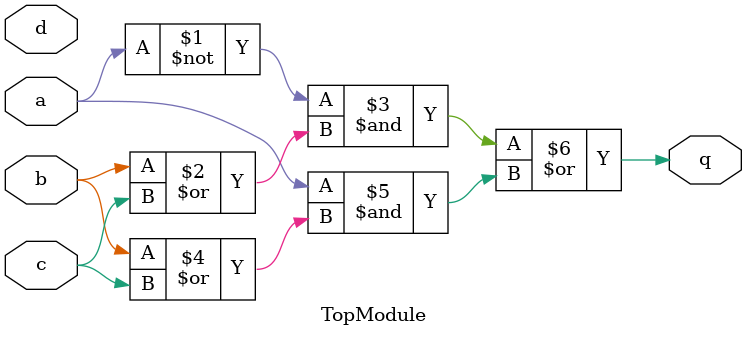
<source format=sv>

module TopModule (
    input  wire a,
    input  wire b,
    input  wire c,
    input  wire d,
    output wire q
);

// Combinational logic
assign q = (~a & (b | c)) | (a & (b | c));

endmodule
</source>
